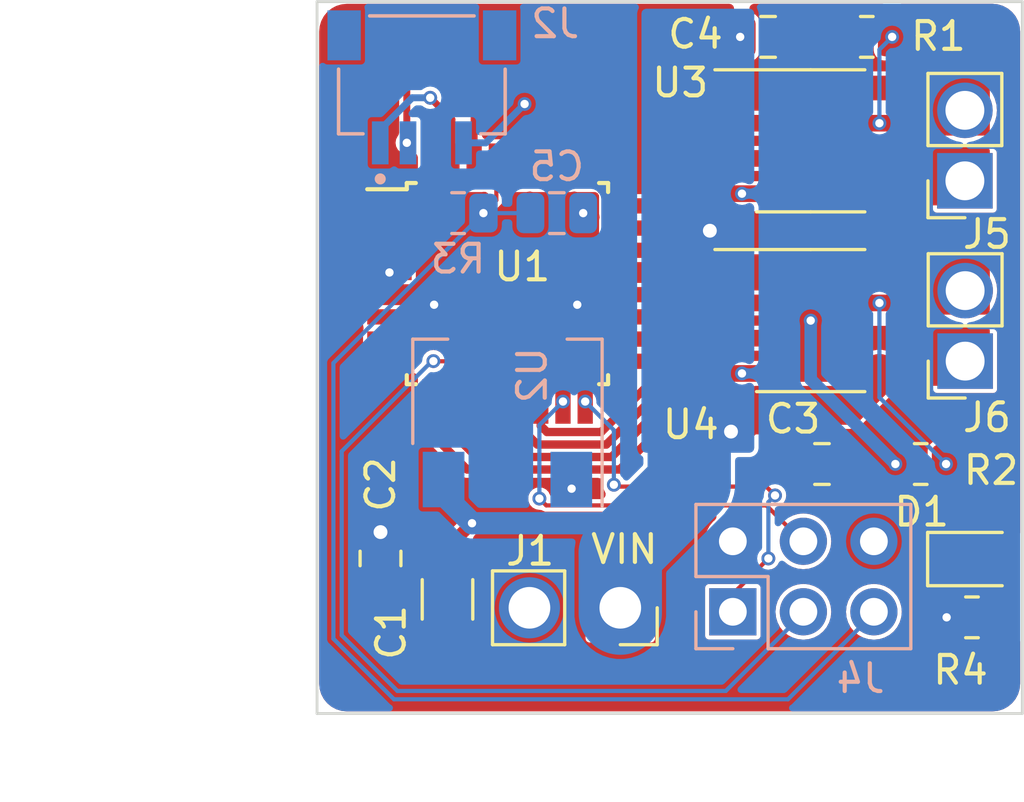
<source format=kicad_pcb>
(kicad_pcb (version 20240108) (generator "pcbnew") (generator_version "8.0")
  (layers (0 "F.Cu" signal) (31 "B.Cu" signal) (34 "B.Paste" user) (35 "F.Paste" user) (36 "B.SilkS" user "B.Silkscreen") (37 "F.SilkS" user "F.Silkscreen") (38 "B.Mask" user) (39 "F.Mask" user) (44 "Edge.Cuts" user))
  (net 0 "")
  (net 1 "Net-(U4-LSS)")
  (net 2 "Net-(U1-PD5)")
  (net 3 "Net-(U1-PD6)")
  (net 5 "+BATT")
  (net 7 "GND")
  (net 8 "/~{RST}")
  (net 9 "+5V")
  (net 10 "/MOSI")
  (net 11 "/SCK")
  (net 12 "/MISO")
  (net 13 "Net-(D1-A)")
  (net 17 "Net-(J5-Pin_1)")
  (net 18 "/RX")
  (net 19 "/TX")
  (net 24 "Net-(J5-Pin_2)")
  (net 25 "Net-(J6-Pin_2)")
  (net 27 "Net-(U3-LSS)")
  (net 28 "Net-(U1-PB1)")
  (net 29 "Net-(U1-PB2)")
  (net 34 "Net-(J6-Pin_1)")
  (footprint "Capacitor_SMD:C_0805_2012Metric" (layer "F.Cu") (at 130.81 52.578 90)
    (property "Reference" "C2" (at 2.667 0 90) (layer "F.SilkS"))
    (property "Value" "0.1uF")
    (fp_line (start -0.261252 -0.735) (end 0.261252 -0.735) (stroke (width 0.12)) (layer "F.SilkS"))
    (fp_line (start -0.261252 0.735) (end 0.261252 0.735) (stroke (width 0.12)) (layer "F.SilkS"))
    (pad "1" smd roundrect (at -0.95 0 90) (size 1 1.45) (layers "F.Cu" "F.Paste" "F.Mask") (net 7 "GND"))
    (pad "2" smd roundrect (at 0.95 0 90) (size 1 1.45) (layers "F.Cu" "F.Paste" "F.Mask") (net 9 "+5V"))
  )
  (footprint "Resistor_SMD:R_0805_2012Metric" (layer "F.Cu") (at 148.3245 33.781)
    (property "Reference" "R1" (at 2.5769 -0.0244 0) (layer "F.SilkS"))
    (property "Value" "0.2")
    (fp_line (start -0.227064 -0.735) (end 0.227064 -0.735) (stroke (width 0.12)) (layer "F.SilkS"))
    (fp_line (start -0.227064 0.735) (end 0.227064 0.735) (stroke (width 0.12)) (layer "F.SilkS"))
    (pad "1" smd roundrect (at -0.9125 0) (size 1.025 1.4) (layers "F.Cu" "F.Paste" "F.Mask") (roundrect_rratio 0.243902439) (net 7 "GND"))
    (pad "2" smd roundrect (at 0.9125 0) (size 1.025 1.4) (layers "F.Cu" "F.Paste" "F.Mask") (roundrect_rratio 0.243902439) (net 27 "Net-(U3-LSS)"))
  )
  (footprint "Capacitor_SMD:C_0805_2012Metric" (layer "F.Cu") (at 144.7704 33.781)
    (property "Reference" "C4" (at -2.6162 -0.1016 0) (layer "F.SilkS"))
    (property "Value" "0.1uF")
    (fp_line (start -0.261252 -0.735) (end 0.261252 -0.735) (stroke (width 0.12)) (layer "F.SilkS"))
    (fp_line (start -0.261252 0.735) (end 0.261252 0.735) (stroke (width 0.12)) (layer "F.SilkS"))
    (pad "1" smd roundrect (at -0.95 0) (size 1 1.45) (layers "F.Cu" "F.Paste" "F.Mask") (net 5 "+BATT"))
    (pad "2" smd roundrect (at 0.95 0) (size 1 1.45) (layers "F.Cu" "F.Paste" "F.Mask") (net 7 "GND"))
  )
  (footprint "LED_SMD:LED_0805_2012Metric" (layer "F.Cu") (at 152.2 52.6)
    (property "Reference" "D1" (at -1.9 -1.7 0) (layer "F.SilkS"))
    (property "Value" "LED")
    (fp_line (start -1.685 -0.96) (end -1.685 0.96) (stroke (width 0.12)) (layer "F.SilkS"))
    (fp_line (start -1.685 0.96) (end 1 0.96) (stroke (width 0.12)) (layer "F.SilkS"))
    (fp_line (start 1 -0.96) (end -1.685 -0.96) (stroke (width 0.12)) (layer "F.SilkS"))
    (pad "1" smd roundrect (at -0.9375 0) (size 0.975 1.4) (layers "F.Cu" "F.Paste" "F.Mask") (net 7 "GND"))
    (pad "2" smd roundrect (at 0.9375 0) (size 0.975 1.4) (layers "F.Cu" "F.Paste" "F.Mask") (net 13 "Net-(D1-A)"))
  )
  (footprint "Connector_PinSocket_2.54mm:PinSocket_1x02_P2.54mm_Vertical" (layer "F.Cu") (at 151.8574 38.968 180)
    (property "Reference" "J5" (at -0.7966 -1.926 0) (layer "F.SilkS"))
    (property "Value" "M1")
    (fp_line (start 1.33 1.27) (end 1.33 3.87) (stroke (width 0.12)) (layer "F.SilkS"))
    (fp_line (start 1.33 -1.33) (end 1.33 0) (stroke (width 0.12)) (layer "F.SilkS"))
    (fp_line (start 0 -1.33) (end 1.33 -1.33) (stroke (width 0.12)) (layer "F.SilkS"))
    (fp_line (start -1.33 3.87) (end 1.33 3.87) (stroke (width 0.12)) (layer "F.SilkS"))
    (fp_line (start -1.33 1.27) (end 1.33 1.27) (stroke (width 0.12)) (layer "F.SilkS"))
    (fp_line (start -1.33 1.27) (end -1.33 3.87) (stroke (width 0.12)) (layer "F.SilkS"))
    (pad "1" thru_hole rect (at 0 0 180) (size 2 2) (drill 1.4) (layers "*.Cu" "*.Mask") (net 17 "Net-(J5-Pin_1)"))
    (pad "2" thru_hole oval (at 0 2.54 180) (size 2 2) (drill 1.4) (layers "*.Cu" "*.Mask") (net 24 "Net-(J5-Pin_2)"))
  )
  (footprint "Capacitor_SMD:C_0805_2012Metric" (layer "F.Cu") (at 146.7104 49.1744)
    (property "Reference" "C3" (at -1.0414 -1.6256 0) (layer "F.SilkS"))
    (property "Value" "0.1uF")
    (fp_line (start -0.261252 -0.735) (end 0.261252 -0.735) (stroke (width 0.12)) (layer "F.SilkS"))
    (fp_line (start -0.261252 0.735) (end 0.261252 0.735) (stroke (width 0.12)) (layer "F.SilkS"))
    (pad "1" smd roundrect (at -0.95 0) (size 1 1.45) (layers "F.Cu" "F.Paste" "F.Mask") (net 5 "+BATT"))
    (pad "2" smd roundrect (at 0.95 0) (size 1 1.45) (layers "F.Cu" "F.Paste" "F.Mask") (net 7 "GND"))
  )
  (footprint "Connector_PinSocket_2.54mm:PinSocket_1x02_P2.54mm_Vertical" (layer "F.Cu") (at 139.446 54.356 -90)
    (property "Reference" "J1" (at -2.0472 3.2466 0) (layer "F.SilkS"))
    (property "Value" "Power")
    (fp_line (start -1.33 4.602) (end 1.33 4.602) (stroke (width 0.12)) (layer "F.SilkS"))
    (fp_line (start -1.33 2.002) (end -1.33 4.602) (stroke (width 0.12)) (layer "F.SilkS"))
    (fp_line (start -1.33 2.002) (end 1.33 2.002) (stroke (width 0.12)) (layer "F.SilkS"))
    (fp_line (start 1.33 2.002) (end 1.33 4.602) (stroke (width 0.12)) (layer "F.SilkS"))
    (fp_line (start 0 -1.33) (end 1.33 -1.33) (stroke (width 0.12)) (layer "F.SilkS"))
    (fp_line (start 1.33 -1.33) (end 1.33 0) (stroke (width 0.12)) (layer "F.SilkS"))
    (pad "1" thru_hole rect (at 0 0 270) (size 2.2 2.2) (drill 1.5) (layers "*.Cu" "*.Mask") (net 5 "+BATT"))
    (pad "2" thru_hole oval (at 0 3.272 270) (size 2.2 2.2) (drill 1.5) (layers "*.Cu" "*.Mask") (net 7 "GND"))
  )
  (footprint "Connector_PinSocket_2.54mm:PinSocket_1x02_P2.54mm_Vertical" (layer "F.Cu") (at 151.8666 45.466 180)
    (property "Reference" "J6" (at -0.7874 -2.032 0) (layer "F.SilkS"))
    (property "Value" "M2")
    (fp_line (start 1.33 1.27) (end 1.33 3.87) (stroke (width 0.12)) (layer "F.SilkS"))
    (fp_line (start 1.33 -1.33) (end 1.33 0) (stroke (width 0.12)) (layer "F.SilkS"))
    (fp_line (start 0 -1.33) (end 1.33 -1.33) (stroke (width 0.12)) (layer "F.SilkS"))
    (fp_line (start -1.33 3.87) (end 1.33 3.87) (stroke (width 0.12)) (layer "F.SilkS"))
    (fp_line (start -1.33 1.27) (end 1.33 1.27) (stroke (width 0.12)) (layer "F.SilkS"))
    (fp_line (start -1.33 1.27) (end -1.33 3.87) (stroke (width 0.12)) (layer "F.SilkS"))
    (pad "1" thru_hole rect (at 0 0 180) (size 2 2) (drill 1.4) (layers "*.Cu" "*.Mask") (net 34 "Net-(J6-Pin_1)"))
    (pad "2" thru_hole oval (at 0 2.54 180) (size 2 2) (drill 1.4) (layers "*.Cu" "*.Mask") (net 25 "Net-(J6-Pin_2)"))
  )
  (footprint "kibuzzard-6781F98D" (layer "F.Cu") (at 131.826 57.15)
    (property "Reference" "kibuzzard-6781F98D" (hide yes))
    (property "Value" "G***" (hide yes))
  )
  (footprint "Package_QFP:TQFP-32_7x7mm_P0.8mm" (layer "F.Cu") (at 135.382 42.672)
    (property "Reference" "U1" (at 0.5334 -0.6096 0) (layer "F.SilkS"))
    (property "Value" "ATmega328-A")
    (fp_line (start -3.625 -3.625) (end -3.625 -3.4) (stroke (width 0.15)) (layer "F.SilkS"))
    (fp_line (start -3.625 -3.625) (end -3.3 -3.625) (stroke (width 0.15)) (layer "F.SilkS"))
    (fp_line (start -3.625 -3.4) (end -5.05 -3.4) (stroke (width 0.15)) (layer "F.SilkS"))
    (fp_line (start -3.625 3.625) (end -3.625 3.3) (stroke (width 0.15)) (layer "F.SilkS"))
    (fp_line (start -3.625 3.625) (end -3.3 3.625) (stroke (width 0.15)) (layer "F.SilkS"))
    (fp_line (start 3.625 -3.625) (end 3.3 -3.625) (stroke (width 0.15)) (layer "F.SilkS"))
    (fp_line (start 3.625 -3.625) (end 3.625 -3.3) (stroke (width 0.15)) (layer "F.SilkS"))
    (fp_line (start 3.625 3.625) (end 3.3 3.625) (stroke (width 0.15)) (layer "F.SilkS"))
    (fp_line (start 3.625 3.625) (end 3.625 3.3) (stroke (width 0.15)) (layer "F.SilkS"))
    (pad "1" smd rect (at -4.25 -2.8) (size 1.6 0.55) (layers "F.Cu" "F.Paste" "F.Mask"))
    (pad "2" smd rect (at -4.25 -2) (size 1.6 0.55) (layers "F.Cu" "F.Paste" "F.Mask"))
    (pad "3" smd rect (at -4.25 -1.2) (size 1.6 0.55) (layers "F.Cu" "F.Paste" "F.Mask") (net 7 "GND"))
    (pad "4" smd rect (at -4.25 -0.4) (size 1.6 0.55) (layers "F.Cu" "F.Paste" "F.Mask") (net 9 "+5V"))
    (pad "5" smd rect (at -4.25 0.4) (size 1.6 0.55) (layers "F.Cu" "F.Paste" "F.Mask") (net 7 "GND"))
    (pad "6" smd rect (at -4.25 1.2) (size 1.6 0.55) (layers "F.Cu" "F.Paste" "F.Mask") (net 9 "+5V"))
    (pad "7" smd rect (at -4.25 2) (size 1.6 0.55) (layers "F.Cu" "F.Paste" "F.Mask"))
    (pad "8" smd rect (at -4.25 2.8) (size 1.6 0.55) (layers "F.Cu" "F.Paste" "F.Mask"))
    (pad "9" smd rect (at -2.8 4.25 90) (size 1.6 0.55) (layers "F.Cu" "F.Paste" "F.Mask") (net 2 "Net-(U1-PD5)"))
    (pad "10" smd rect (at -2 4.25 90) (size 1.6 0.55) (layers "F.Cu" "F.Paste" "F.Mask") (net 3 "Net-(U1-PD6)"))
    (pad "11" smd rect (at -1.2 4.25 90) (size 1.6 0.55) (layers "F.Cu" "F.Paste" "F.Mask"))
    (pad "12" smd rect (at -0.4 4.25 90) (size 1.6 0.55) (layers "F.Cu" "F.Paste" "F.Mask"))
    (pad "13" smd rect (at 0.4 4.25 90) (size 1.6 0.55) (layers "F.Cu" "F.Paste" "F.Mask") (net 28 "Net-(U1-PB1)"))
    (pad "14" smd rect (at 1.2 4.25 90) (size 1.6 0.55) (layers "F.Cu" "F.Paste" "F.Mask") (net 29 "Net-(U1-PB2)"))
    (pad "15" smd rect (at 2 4.25 90) (size 1.6 0.55) (layers "F.Cu" "F.Paste" "F.Mask") (net 10 "/MOSI"))
    (pad "16" smd rect (at 2.8 4.25 90) (size 1.6 0.55) (layers "F.Cu" "F.Paste" "F.Mask") (net 12 "/MISO"))
    (pad "17" smd rect (at 4.25 2.8) (size 1.6 0.55) (layers "F.Cu" "F.Paste" "F.Mask") (net 11 "/SCK"))
    (pad "18" smd rect (at 4.25 2) (size 1.6 0.55) (layers "F.Cu" "F.Paste" "F.Mask") (net 9 "+5V"))
    (pad "19" smd rect (at 4.25 1.2) (size 1.6 0.55) (layers "F.Cu" "F.Paste" "F.Mask"))
    (pad "20" smd rect (at 4.25 0.4) (size 1.6 0.55) (layers "F.Cu" "F.Paste" "F.Mask") (net 9 "+5V"))
    (pad "21" smd rect (at 4.25 -0.4) (size 1.6 0.55) (layers "F.Cu" "F.Paste" "F.Mask") (net 7 "GND"))
    (pad "22" smd rect (at 4.25 -1.2) (size 1.6 0.55) (layers "F.Cu" "F.Paste" "F.Mask"))
    (pad "23" smd rect (at 4.25 -2) (size 1.6 0.55) (layers "F.Cu" "F.Paste" "F.Mask"))
    (pad "24" smd rect (at 4.25 -2.8) (size 1.6 0.55) (layers "F.Cu" "F.Paste" "F.Mask"))
    (pad "25" smd rect (at 2.8 -4.25 90) (size 1.6 0.55) (layers "F.Cu" "F.Paste" "F.Mask"))
    (pad "26" smd rect (at 2 -4.25 90) (size 1.6 0.55) (layers "F.Cu" "F.Paste" "F.Mask"))
    (pad "27" smd rect (at 1.2 -4.25 90) (size 1.6 0.55) (layers "F.Cu" "F.Paste" "F.Mask"))
    (pad "28" smd rect (at 0.4 -4.25 90) (size 1.6 0.55) (layers "F.Cu" "F.Paste" "F.Mask"))
    (pad "29" smd rect (at -0.4 -4.25 90) (size 1.6 0.55) (layers "F.Cu" "F.Paste" "F.Mask") (net 8 "/~{RST}"))
    (pad "30" smd rect (at -1.2 -4.25 90) (size 1.6 0.55) (layers "F.Cu" "F.Paste" "F.Mask") (net 18 "/RX"))
    (pad "31" smd rect (at -2 -4.25 90) (size 1.6 0.55) (layers "F.Cu" "F.Paste" "F.Mask") (net 19 "/TX"))
    (pad "32" smd rect (at -2.8 -4.25 90) (size 1.6 0.55) (layers "F.Cu" "F.Paste" "F.Mask"))
  )
  (footprint "Package_SO:SOIC-8-1EP_3.9x4.9mm_P1.27mm_EP2.41x3.3mm" (layer "F.Cu") (at 146.304 44.005)
    (property "Reference" "U4" (at -4.318 3.747 0) (layer "F.SilkS"))
    (property "Value" "A4950E")
    (fp_line (start 0 -2.56) (end -3.45 -2.56) (stroke (width 0.12)) (layer "F.SilkS"))
    (fp_line (start 0 -2.56) (end 1.95 -2.56) (stroke (width 0.12)) (layer "F.SilkS"))
    (fp_line (start 0 2.56) (end -1.95 2.56) (stroke (width 0.12)) (layer "F.SilkS"))
    (fp_line (start 0 2.56) (end 1.95 2.56) (stroke (width 0.12)) (layer "F.SilkS"))
    (pad "1" smd roundrect (at -2.475 -1.905) (size 1.95 0.6) (layers "F.Cu" "F.Paste" "F.Mask") (net 7 "GND"))
    (pad "2" smd roundrect (at -2.475 -0.635) (size 1.95 0.6) (layers "F.Cu" "F.Paste" "F.Mask") (net 3 "Net-(U1-PD6)"))
    (pad "3" smd roundrect (at -2.475 0.635) (size 1.95 0.6) (layers "F.Cu" "F.Paste" "F.Mask") (net 2 "Net-(U1-PD5)"))
    (pad "4" smd roundrect (at -2.475 1.905) (size 1.95 0.6) (layers "F.Cu" "F.Paste" "F.Mask") (net 9 "+5V"))
    (pad "5" smd roundrect (at 2.475 1.905) (size 1.95 0.6) (layers "F.Cu" "F.Paste" "F.Mask") (net 5 "+BATT"))
    (pad "6" smd roundrect (at 2.475 0.635) (size 1.95 0.6) (layers "F.Cu" "F.Paste" "F.Mask") (net 34 "Net-(J6-Pin_1)"))
    (pad "7" smd roundrect (at 2.475 -0.635) (size 1.95 0.6) (layers "F.Cu" "F.Paste" "F.Mask") (net 1 "Net-(U4-LSS)"))
    (pad "8" smd roundrect (at 2.475 -1.905) (size 1.95 0.6) (layers "F.Cu" "F.Paste" "F.Mask") (net 25 "Net-(J6-Pin_2)"))
    (pad "9" smd rect (at 0 0) (size 2.41 3.3) (layers "F.Cu" "F.Mask") (net 7 "GND"))
  )
  (footprint "Resistor_SMD:R_0805_2012Metric" (layer "F.Cu") (at 150.2664 49.1744)
    (property "Reference" "R2" (at 2.5336 0.2256 0) (layer "F.SilkS"))
    (property "Value" "0.2")
    (fp_line (start -0.227064 -0.735) (end 0.227064 -0.735) (stroke (width 0.12)) (layer "F.SilkS"))
    (fp_line (start -0.227064 0.735) (end 0.227064 0.735) (stroke (width 0.12)) (layer "F.SilkS"))
    (pad "1" smd roundrect (at -0.9125 0) (size 1.025 1.4) (layers "F.Cu" "F.Paste" "F.Mask") (roundrect_rratio 0.243902439) (net 7 "GND"))
    (pad "2" smd roundrect (at 0.9125 0) (size 1.025 1.4) (layers "F.Cu" "F.Paste" "F.Mask") (roundrect_rratio 0.243902439) (net 1 "Net-(U4-LSS)"))
  )
  (footprint "Package_SO:SOIC-8-1EP_3.9x4.9mm_P1.27mm_EP2.41x3.3mm" (layer "F.Cu") (at 146.304 37.527)
    (property "Reference" "U3" (at -4.699 -2.094 0) (layer "F.SilkS"))
    (property "Value" "A4950E")
    (fp_line (start 0 -2.56) (end -3.45 -2.56) (stroke (width 0.12)) (layer "F.SilkS"))
    (fp_line (start 0 -2.56) (end 1.95 -2.56) (stroke (width 0.12)) (layer "F.SilkS"))
    (fp_line (start 0 2.56) (end -1.95 2.56) (stroke (width 0.12)) (layer "F.SilkS"))
    (fp_line (start 0 2.56) (end 1.95 2.56) (stroke (width 0.12)) (layer "F.SilkS"))
    (pad "1" smd roundrect (at -2.475 -1.905) (size 1.95 0.6) (layers "F.Cu" "F.Paste" "F.Mask") (net 7 "GND"))
    (pad "2" smd roundrect (at -2.475 -0.635) (size 1.95 0.6) (layers "F.Cu" "F.Paste" "F.Mask") (net 29 "Net-(U1-PB2)"))
    (pad "3" smd roundrect (at -2.475 0.635) (size 1.95 0.6) (layers "F.Cu" "F.Paste" "F.Mask") (net 28 "Net-(U1-PB1)"))
    (pad "4" smd roundrect (at -2.475 1.905) (size 1.95 0.6) (layers "F.Cu" "F.Paste" "F.Mask") (net 9 "+5V"))
    (pad "5" smd roundrect (at 2.475 1.905) (size 1.95 0.6) (layers "F.Cu" "F.Paste" "F.Mask") (net 5 "+BATT"))
    (pad "6" smd roundrect (at 2.475 0.635) (size 1.95 0.6) (layers "F.Cu" "F.Paste" "F.Mask") (net 17 "Net-(J5-Pin_1)"))
    (pad "7" smd roundrect (at 2.475 -0.635) (size 1.95 0.6) (layers "F.Cu" "F.Paste" "F.Mask") (net 27 "Net-(U3-LSS)"))
    (pad "8" smd roundrect (at 2.475 -1.905) (size 1.95 0.6) (layers "F.Cu" "F.Paste" "F.Mask") (net 24 "Net-(J5-Pin_2)"))
    (pad "9" smd rect (at 0 0) (size 2.41 3.3) (layers "F.Cu" "F.Mask") (net 7 "GND"))
  )
  (footprint "Capacitor_SMD:C_1206_3216Metric" (layer "F.Cu") (at 133.223 54.053 -90)
    (property "Reference" "C1" (at 1.192 2.032 90) (layer "F.SilkS"))
    (property "Value" "100uF")
    (fp_line (start -0.711252 0.91) (end 0.711252 0.91) (stroke (width 0.12)) (layer "F.SilkS"))
    (fp_line (start -0.711252 -0.91) (end 0.711252 -0.91) (stroke (width 0.12)) (layer "F.SilkS"))
    (pad "1" smd roundrect (at -1.475 0 270) (size 1.15 1.8) (layers "F.Cu" "F.Paste" "F.Mask") (roundrect_rratio 0.2173913043) (net 5 "+BATT"))
    (pad "2" smd roundrect (at 1.475 0 270) (size 1.15 1.8) (layers "F.Cu" "F.Paste" "F.Mask") (roundrect_rratio 0.2173913043) (net 7 "GND"))
  )
  (footprint "Resistor_SMD:R_0805_2012Metric" (layer "F.Cu") (at 152.1125 54.7)
    (property "Reference" "R4" (at -0.4125 1.9 0) (layer "F.SilkS"))
    (property "Value" "220")
    (fp_line (start -0.227064 -0.735) (end 0.227064 -0.735) (stroke (width 0.12)) (layer "F.SilkS"))
    (fp_line (start -0.227064 0.735) (end 0.227064 0.735) (stroke (width 0.12)) (layer "F.SilkS"))
    (pad "1" smd roundrect (at -0.9125 0) (size 1.025 1.4) (layers "F.Cu" "F.Paste" "F.Mask") (roundrect_rratio 0.243902) (net 9 "+5V"))
    (pad "2" smd roundrect (at 0.9125 0) (size 1.025 1.4) (layers "F.Cu" "F.Paste" "F.Mask") (roundrect_rratio 0.243902) (net 13 "Net-(D1-A)"))
  )
  (footprint "Capacitor_SMD:C_0805_2012Metric" (layer "B.Cu") (at 137.16 40.132 180)
    (property "Reference" "C5" (at 0 1.68 0) (layer "B.SilkS") (effects (justify mirror)))
    (property "Value" "0.1uF")
    (fp_line (start -0.261252 0.735) (end 0.261252 0.735) (stroke (width 0.12)) (layer "B.SilkS"))
    (fp_line (start -0.261252 -0.735) (end 0.261252 -0.735) (stroke (width 0.12)) (layer "B.SilkS"))
    (pad "1" smd roundrect (at -0.95 0 180) (size 1 1.45) (layers "B.Cu" "B.Paste" "B.Mask") (net 7 "GND"))
    (pad "2" smd roundrect (at 0.95 0 180) (size 1 1.45) (layers "B.Cu" "B.Paste" "B.Mask") (net 8 "/~{RST}"))
  )
  (footprint "user:SPARKFUN_PRT-14417" (layer "B.Cu") (at 132.3 35.15)
    (property "Reference" "J2" (at 4.8 -1.85 360) (layer "B.SilkS") (effects (justify mirror)))
    (property "Value" "Kllip")
    (fp_line (start -3 2.125) (end -3 -0.205) (stroke (width 0.127)) (layer "B.SilkS"))
    (fp_line (start -2.12 2.125) (end -3 2.125) (stroke (width 0.127)) (layer "B.SilkS"))
    (fp_line (start 1.88 -2.125) (end -1.88 -2.125) (stroke (width 0.127)) (layer "B.SilkS"))
    (fp_line (start 3 -0.205) (end 3 2.125) (stroke (width 0.127)) (layer "B.SilkS"))
    (fp_line (start 3 2.125) (end 2.12 2.125) (stroke (width 0.127)) (layer "B.SilkS"))
    (fp_circle (center -1.5 3.75) (end -1.4 3.75) (stroke (width 0.2)) (fill none) (layer "B.SilkS"))
    (pad "1" smd rect (at -1.5 2.45) (size 0.6 1.55) (layers "B.Cu" "B.Paste" "B.Mask") (net 19 "/TX"))
    (pad "2" smd rect (at -0.5 2.45) (size 0.6 1.55) (layers "B.Cu" "B.Paste" "B.Mask") (net 18 "/RX"))
    (pad "3" smd rect (at 0.5 2.45) (size 0.6 1.55) (layers "B.Cu" "B.Paste" "B.Mask") (net 9 "+5V"))
    (pad "4" smd rect (at 1.5 2.45) (size 0.6 1.55) (layers "B.Cu" "B.Paste" "B.Mask") (net 7 "GND"))
    (pad "S1" smd rect (at -2.8 -1.425) (size 1.2 1.8) (layers "B.Cu" "B.Paste" "B.Mask"))
    (pad "S2" smd rect (at 2.8 -1.425) (size 1.2 1.8) (layers "B.Cu" "B.Paste" "B.Mask"))
  )
  (footprint "Package_TO_SOT_SMD:SOT-223-3_TabPin2" (layer "B.Cu") (at 135.382 46.584 90)
    (property "Reference" "U2" (at 0.61 0.889 90) (layer "B.SilkS") (effects (justify mirror)))
    (property "Value" "AMS1117-5.0")
    (fp_line (start 1.91 -3.41) (end 1.91 -2.15) (stroke (width 0.12)) (layer "B.SilkS"))
    (fp_line (start -1.85 -3.41) (end 1.91 -3.41) (stroke (width 0.12)) (layer "B.SilkS"))
    (fp_line (start 1.91 3.41) (end 1.91 2.15) (stroke (width 0.12)) (layer "B.SilkS"))
    (fp_line (start -4.1 3.41) (end 1.91 3.41) (stroke (width 0.12)) (layer "B.SilkS"))
    (pad "1" smd rect (at -3.15 2.3 90) (size 2 1.5) (layers "B.Cu" "B.Paste" "B.Mask") (net 7 "GND"))
    (pad "2" smd rect (at -3.15 0 90) (size 2 1.5) (layers "B.Cu" "B.Paste" "B.Mask") (net 9 "+5V"))
    (pad "2" smd rect (at 3.15 0 90) (size 2 3.8) (layers "B.Cu" "B.Paste" "B.Mask") (net 9 "+5V"))
    (pad "3" smd rect (at -3.15 -2.3 90) (size 2 1.5) (layers "B.Cu" "B.Paste" "B.Mask") (net 5 "+BATT"))
  )
  (footprint "Resistor_SMD:R_0805_2012Metric" (layer "B.Cu") (at 133.604 40.132)
    (property "Reference" "R3" (at 0 1.65 0) (layer "B.SilkS") (effects (justify mirror)))
    (property "Value" "10k")
    (fp_line (start -0.227064 -0.735) (end 0.227064 -0.735) (stroke (width 0.12)) (layer "B.SilkS"))
    (fp_line (start -0.227064 0.735) (end 0.227064 0.735) (stroke (width 0.12)) (layer "B.SilkS"))
    (pad "1" smd roundrect (at -0.9125 0) (size 1.025 1.4) (layers "B.Cu" "B.Paste" "B.Mask") (roundrect_rratio 0.243902439) (net 9 "+5V"))
    (pad "2" smd roundrect (at 0.9125 0) (size 1.025 1.4) (layers "B.Cu" "B.Paste" "B.Mask") (roundrect_rratio 0.243902439) (net 8 "/~{RST}"))
  )
  (footprint "Connector_PinSocket_2.54mm:PinSocket_2x03_P2.54mm_Vertical" (layer "B.Cu") (at 143.5 54.5 -90)
    (property "Reference" "J4" (at 2.4 -4.6 180) (layer "B.SilkS") (effects (justify mirror)))
    (property "Value" "AVR-ISP-6")
    (fp_line (start -1.27 1.33) (end -3.87 1.33) (stroke (width 0.12)) (layer "B.SilkS"))
    (fp_line (start 1.33 1.33) (end 0 1.33) (stroke (width 0.12)) (layer "B.SilkS"))
    (fp_line (start 1.33 0) (end 1.33 1.33) (stroke (width 0.12)) (layer "B.SilkS"))
    (fp_line (start -1.27 -1.27) (end -1.27 1.33) (stroke (width 0.12)) (layer "B.SilkS"))
    (fp_line (start 1.33 -1.27) (end -1.27 -1.27) (stroke (width 0.12)) (layer "B.SilkS"))
    (fp_line (start -3.87 -6.41) (end -3.87 1.33) (stroke (width 0.12)) (layer "B.SilkS"))
    (fp_line (start 1.33 -6.41) (end 1.33 -1.27) (stroke (width 0.12)) (layer "B.SilkS"))
    (fp_line (start 1.33 -6.41) (end -3.87 -6.41) (stroke (width 0.12)) (layer "B.SilkS"))
    (pad "1" thru_hole rect (at 0 0 270) (size 1.7 1.7) (drill 1) (layers "*.Cu" "*.Mask") (net 12 "/MISO"))
    (pad "2" thru_hole oval (at -2.54 0 270) (size 1.7 1.7) (drill 1) (layers "*.Cu" "*.Mask") (net 9 "+5V"))
    (pad "3" thru_hole oval (at 0 -2.54 270) (size 1.7 1.7) (drill 1) (layers "*.Cu" "*.Mask") (net 11 "/SCK"))
    (pad "4" thru_hole oval (at -2.54 -2.54 270) (size 1.7 1.7) (drill 1) (layers "*.Cu" "*.Mask") (net 10 "/MOSI"))
    (pad "5" thru_hole oval (at 0 -5.08 270) (size 1.7 1.7) (drill 1) (layers "*.Cu" "*.Mask") (net 8 "/~{RST}"))
    (pad "6" thru_hole oval (at -2.54 -5.08 270) (size 1.7 1.7) (drill 1) (layers "*.Cu" "*.Mask") (net 7 "GND"))
  )
  (gr_line (start 153.924 32.512) (end 153.924 58.166) (stroke (width 0.1)) (layer "Edge.Cuts"))
  (gr_line (start 128.524 58.166) (end 128.524 32.512) (stroke (width 0.1)) (layer "Edge.Cuts"))
  (gr_line (start 153.924 32.512) (end 128.524 32.512) (stroke (width 0.1)) (layer "Edge.Cuts"))
  (gr_line (start 153.924 58.166) (end 128.524 58.166) (stroke (width 0.1)) (layer "Edge.Cuts"))
  (gr_text "VIN" (at 138.303 52.832 0) (layer "F.SilkS") (effects (font (size 1 1)) (justify left bottom)))
  (via (at 148.779 43.37) (size 0.5) (drill 0.3) (layers "F.Cu" "B.Cu") (net 1))
  (via (at 151.1789 49.1744) (size 0.5) (drill 0.3) (layers "F.Cu" "B.Cu") (net 1))
  (segment (start 151.1789 49.1744) (end 148.779 46.7745) (width 0.15) (layer "B.Cu") (net 1))
  (segment (start 148.779 46.7745) (end 148.779 43.37) (width 0.15) (layer "B.Cu") (net 1))
  (segment (start 139.428396 49.372) (end 142.124 46.676396) (width 0.3) (layer "F.Cu") (net 2))
  (segment (start 133.932 49.372) (end 139.428396 49.372) (width 0.3) (layer "F.Cu") (net 2))
  (segment (start 132.582 48.022) (end 133.932 49.372) (width 0.3) (layer "F.Cu") (net 2))
  (segment (start 142.124 46.676396) (end 142.124 45.466) (width 0.3) (layer "F.Cu") (net 2))
  (segment (start 132.582 46.922) (end 132.582 48.022) (width 0.3) (layer "F.Cu") (net 2))
  (segment (start 142.124 45.466) (end 142.95 44.64) (width 0.3) (layer "F.Cu") (net 2))
  (segment (start 142.95 44.64) (end 143.829 44.64) (width 0.3) (layer "F.Cu") (net 2))
  (segment (start 143.829 43.37) (end 143.066 43.37) (width 0.3) (layer "F.Cu") (net 3))
  (segment (start 139.129792 48.922) (end 134.266 48.922) (width 0.3) (layer "F.Cu") (net 3))
  (segment (start 133.382 48.038) (end 133.382 46.922) (width 0.3) (layer "F.Cu") (net 3))
  (segment (start 141.674 44.762) (end 141.674 46.377792) (width 0.3) (layer "F.Cu") (net 3))
  (segment (start 143.066 43.37) (end 141.674 44.762) (width 0.3) (layer "F.Cu") (net 3))
  (segment (start 134.266 48.922) (end 133.382 48.038) (width 0.3) (layer "F.Cu") (net 3))
  (segment (start 141.674 46.377792) (end 139.129792 48.922) (width 0.3) (layer "F.Cu") (net 3))
  (segment (start 144.3798 47.06) (end 143.4338 48.006) (width 1.4) (layer "F.Cu") (net 5))
  (segment (start 133.604 52.578) (end 133.604 51.81) (width 0.45) (layer "F.Cu") (net 5))
  (segment (start 147.629 47.06) (end 144.3798 47.06) (width 1.4) (layer "F.Cu") (net 5))
  (segment (start 144.6174 48.0314) (end 143.4084 48.0314) (width 0.15) (layer "F.Cu") (net 5))
  (segment (start 148.779 45.91) (end 147.629 47.06) (width 1.4) (layer "F.Cu") (net 5))
  (segment (start 143.4338 48.006) (end 143.4084 48.0314) (width 1.4) (layer "F.Cu") (net 5))
  (segment (start 133.604 51.81) (end 134.106 51.308) (width 0.45) (layer "F.Cu") (net 5))
  (segment (start 145.7604 49.1744) (end 144.6174 48.0314) (width 0.15) (layer "F.Cu") (net 5))
  (segment (start 147.444 40.767) (end 148.779 39.432) (width 1.4) (layer "F.Cu") (net 5))
  (segment (start 142.6718 40.767) (end 147.444 40.767) (width 1.4) (layer "F.Cu") (net 5))
  (via (at 134.106 51.308) (size 0.5) (drill 0.3) (layers "F.Cu" "B.Cu") (net 5))
  (via (at 143.4338 48.006) (size 0.8) (drill 0.5) (layers "F.Cu" "B.Cu") (net 5))
  (via (at 143.764 33.782) (size 0.5) (drill 0.3) (layers "F.Cu" "B.Cu") (net 5))
  (via (at 142.6718 40.767) (size 0.8) (drill 0.5) (layers "F.Cu" "B.Cu") (net 5))
  (segment (start 133.082 50.284) (end 134.106 51.308) (width 0.8) (layer "B.Cu") (net 5))
  (segment (start 139.446 54.549) (end 139.446 52.377033) (width 3) (layer "B.Cu") (net 5))
  (segment (start 133.082 49.734) (end 133.082 50.284) (width 0.8) (layer "B.Cu") (net 5))
  (segment (start 141.929 41.5098) (end 142.574397 40.864403) (width 3) (layer "B.Cu") (net 5))
  (segment (start 139.446 52.377033) (end 141.929 49.894033) (width 3) (layer "B.Cu") (net 5))
  (segment (start 141.929 49.894033) (end 141.929 41.5098) (width 3) (layer "B.Cu") (net 5))
  (segment (start 139.446 51.796) (end 138.958 51.308) (width 0.8) (layer "B.Cu") (net 5))
  (segment (start 134.106 51.308) (end 138.958 51.308) (width 0.8) (layer "B.Cu") (net 5))
  (segment (start 144.399 42.1) (end 143.829 42.1) (width 0.45) (layer "F.Cu") (net 7))
  (segment (start 146.304 44.005) (end 144.399 42.1) (width 0.45) (layer "F.Cu") (net 7))
  (via (at 136 36.2) (size 0.5) (drill 0.3) (layers "F.Cu" "B.Cu") (net 7))
  (via (at 137.6934 50.0634) (size 0.5) (drill 0.3) (layers "F.Cu" "B.Cu") (net 7))
  (via (at 138.11 40.132) (size 0.5) (drill 0.3) (layers "F.Cu" "B.Cu") (net 7))
  (via (at 149.3539 49.1744) (size 0.5) (drill 0.3) (layers "F.Cu" "B.Cu") (net 7))
  (via (at 146.304 44.005) (size 0.5) (drill 0.3) (layers "F.Cu" "B.Cu") (net 7))
  (segment (start 146.304 44.005) (end 146.304 46.1245) (width 0.45) (layer "B.Cu") (net 7))
  (segment (start 146.304 46.1245) (end 149.3539 49.1744) (width 0.45) (layer "B.Cu") (net 7))
  (segment (start 133.8 37.6) (end 134.6 37.6) (width 0.25) (layer "B.Cu") (net 7))
  (segment (start 134.6 37.6) (end 136 36.2) (width 0.25) (layer "B.Cu") (net 7))
  (segment (start 134.982 38.422) (end 134.982 39.6665) (width 0.15) (layer "F.Cu") (net 8))
  (segment (start 134.982 39.6665) (end 134.5165 40.132) (width 0.15) (layer "F.Cu") (net 8))
  (via (at 134.5165 40.132) (size 0.5) (drill 0.3) (layers "F.Cu" "B.Cu") (net 8))
  (segment (start 145.4858 57.6532) (end 131.295336 57.6532) (width 0.15) (layer "B.Cu") (net 8))
  (segment (start 129.113 55.470864) (end 129.113 45.5355) (width 0.15) (layer "B.Cu") (net 8))
  (segment (start 134.5165 40.132) (end 136.21 40.132) (width 0.15) (layer "B.Cu") (net 8))
  (segment (start 131.295336 57.6532) (end 129.113 55.470864) (width 0.15) (layer "B.Cu") (net 8))
  (segment (start 148.59 54.549) (end 145.4858 57.6532) (width 0.15) (layer "B.Cu") (net 8))
  (segment (start 129.113 45.5355) (end 134.5165 40.132) (width 0.15) (layer "B.Cu") (net 8))
  (segment (start 131.132 43.872) (end 132.3024 43.872) (width 0.45) (layer "F.Cu") (net 9))
  (segment (start 138.607 44.672) (end 137.8966 43.9616) (width 0.45) (layer "F.Cu") (net 9))
  (segment (start 137.8966 43.9616) (end 137.8966 43.434) (width 0.45) (layer "F.Cu") (net 9))
  (segment (start 139.632 43.072) (end 138.2586 43.072) (width 0.45) (layer "F.Cu") (net 9))
  (segment (start 132.3024 43.872) (end 132.7404 43.434) (width 0.45) (layer "F.Cu") (net 9))
  (segment (start 138.2586 43.072) (end 137.8966 43.434) (width 0.45) (layer "F.Cu") (net 9))
  (segment (start 139.632 44.672) (end 138.607 44.672) (width 0.45) (layer "F.Cu") (net 9))
  (via (at 131.132 42.272) (size 0.5) (drill 0.3) (layers "F.Cu" "B.Cu") (net 9))
  (via (at 132.7404 43.434) (size 0.5) (drill 0.3) (layers "F.Cu" "B.Cu") (net 9))
  (via (at 151.2 54.7) (size 0.5) (drill 0.3) (layers "F.Cu" "B.Cu") (net 9))
  (via (at 137.8966 43.434) (size 0.5) (drill 0.3) (layers "F.Cu" "B.Cu") (net 9))
  (via (at 130.81 51.628) (size 0.8) (drill 0.5) (layers "F.Cu" "B.Cu") (net 9))
  (via (at 143.829 45.91) (size 0.5) (drill 0.3) (layers "F.Cu" "B.Cu") (net 9))
  (via (at 143.829 39.432) (size 0.5) (drill 0.3) (layers "F.Cu" "B.Cu") (net 9))
  (segment (start 144.7064 50.6654) (end 146.05 52.009) (width 0.15) (layer "F.Cu") (net 10))
  (segment (start 136.778898 50.6654) (end 144.7064 50.6654) (width 0.15) (layer "F.Cu") (net 10))
  (segment (start 136.532498 50.419) (end 136.778898 50.6654) (width 0.15) (layer "F.Cu") (net 10))
  (via (at 137.382 46.922) (size 0.5) (drill 0.3) (layers "F.Cu" "B.Cu") (net 10))
  (via (at 136.532498 50.419) (size 0.5) (drill 0.3) (layers "F.Cu" "B.Cu") (net 10))
  (segment (start 136.532498 50.419) (end 136.532498 47.771502) (width 0.15) (layer "B.Cu") (net 10))
  (segment (start 136.532498 47.771502) (end 137.382 46.922) (width 0.15) (layer "B.Cu") (net 10))
  (segment (start 132.715 45.466) (end 132.721 45.472) (width 0.15) (layer "F.Cu") (net 11))
  (segment (start 132.721 45.472) (end 139.632 45.472) (width 0.15) (layer "F.Cu") (net 11))
  (via (at 132.715 45.466) (size 0.5) (drill 0.3) (layers "F.Cu" "B.Cu") (net 11))
  (segment (start 129.413 48.7172) (end 132.6642 45.466) (width 0.15) (layer "B.Cu") (net 11))
  (segment (start 129.413 48.8696) (end 129.413 48.7172) (width 0.15) (layer "B.Cu") (net 11))
  (segment (start 129.413 55.3466) (end 129.413 48.8696) (width 0.15) (layer "B.Cu") (net 11))
  (segment (start 143.2458 57.3532) (end 131.4196 57.3532) (width 0.15) (layer "B.Cu") (net 11))
  (segment (start 132.6642 45.466) (end 132.715 45.466) (width 0.15) (layer "B.Cu") (net 11))
  (segment (start 146.05 54.549) (end 143.2458 57.3532) (width 0.15) (layer "B.Cu") (net 11))
  (segment (start 131.4196 57.3532) (end 129.413 55.3466) (width 0.15) (layer "B.Cu") (net 11))
  (segment (start 145.019376 50.306624) (end 144.699952 49.9872) (width 0.15) (layer "F.Cu") (net 12))
  (segment (start 144.78 52.578) (end 143.51 53.848) (width 0.15) (layer "F.Cu") (net 12))
  (segment (start 144.699952 49.9872) (end 139.280227 49.9872) (width 0.15) (layer "F.Cu") (net 12))
  (segment (start 139.280227 49.9872) (end 139.214527 49.9215) (width 0.15) (layer "F.Cu") (net 12))
  (segment (start 143.51 53.848) (end 143.51 54.549) (width 0.15) (layer "F.Cu") (net 12))
  (via (at 145.019376 50.306624) (size 0.5) (drill 0.3) (layers "F.Cu" "B.Cu") (net 12))
  (via (at 139.214527 49.9215) (size 0.5) (drill 0.3) (layers "F.Cu" "B.Cu") (net 12))
  (via (at 144.78 52.578) (size 0.5) (drill 0.3) (layers "F.Cu" "B.Cu") (net 12))
  (via (at 138.182 46.922) (size 0.5) (drill 0.3) (layers "F.Cu" "B.Cu") (net 12))
  (segment (start 139.214527 49.9215) (end 139.214527 47.954527) (width 0.15) (layer "B.Cu") (net 12))
  (segment (start 145.019376 50.306624) (end 144.78 50.546) (width 0.15) (layer "B.Cu") (net 12))
  (segment (start 144.78 50.546) (end 144.78 52.578) (width 0.15) (layer "B.Cu") (net 12))
  (segment (start 139.214527 47.954527) (end 138.182 46.922) (width 0.15) (layer "B.Cu") (net 12))
  (segment (start 153.025 53.775) (end 153.025 54.7) (width 0.25) (layer "F.Cu") (net 13))
  (segment (start 153.1375 52.6) (end 153.1375 53.6625) (width 0.25) (layer "F.Cu") (net 13))
  (segment (start 153.1375 53.6625) (end 153.025 53.775) (width 0.25) (layer "F.Cu") (net 13))
  (segment (start 132.05 35.3) (end 131.757516 35.592484) (width 0.25) (layer "F.Cu") (net 18))
  (segment (start 133.9 35.3) (end 132.05 35.3) (width 0.25) (layer "F.Cu") (net 18))
  (segment (start 134.182 35.582) (end 133.9 35.3) (width 0.25) (layer "F.Cu") (net 18))
  (segment (start 131.757516 35.592484) (end 131.757516 37.598157) (width 0.25) (layer "F.Cu") (net 18))
  (segment (start 134.182 38.422) (end 134.182 35.582) (width 0.25) (layer "F.Cu") (net 18))
  (via (at 131.757516 37.598157) (size 0.5) (drill 0.3) (layers "F.Cu" "B.Cu") (net 18))
  (segment (start 133.382 36.757) (end 133.382 38.422) (width 0.25) (layer "F.Cu") (net 19))
  (segment (start 132.6 35.975) (end 133.382 36.757) (width 0.25) (layer "F.Cu") (net 19))
  (via (at 132.6 35.975) (size 0.5) (drill 0.3) (layers "F.Cu" "B.Cu") (net 19))
  (segment (start 131.95 35.975) (end 130.8 37.125) (width 0.25) (layer "B.Cu") (net 19))
  (segment (start 130.8 37.125) (end 130.8 37.6) (width 0.25) (layer "B.Cu") (net 19))
  (segment (start 132.6 35.975) (end 131.95 35.975) (width 0.25) (layer "B.Cu") (net 19))
  (via (at 148.779 36.892) (size 0.5) (drill 0.3) (layers "F.Cu" "B.Cu") (net 27))
  (via (at 149.237 33.781) (size 0.5) (drill 0.3) (layers "F.Cu" "B.Cu") (net 27))
  (segment (start 148.779 36.892) (end 148.779 34.239) (width 0.15) (layer "B.Cu") (net 27))
  (segment (start 148.779 34.239) (end 149.237 33.781) (width 0.15) (layer "B.Cu") (net 27))
  (segment (start 141.224 40.425604) (end 143.487604 38.162) (width 0.3) (layer "F.Cu") (net 28))
  (segment (start 143.487604 38.162) (end 143.829 38.162) (width 0.3) (layer "F.Cu") (net 28))
  (segment (start 135.782 47.797) (end 136.457 48.472) (width 0.3) (layer "F.Cu") (net 28))
  (segment (start 135.782 46.922) (end 135.782 47.797) (width 0.3) (layer "F.Cu") (net 28))
  (segment (start 138.943396 48.472) (end 141.224 46.191396) (width 0.3) (layer "F.Cu") (net 28))
  (segment (start 136.457 48.472) (end 138.943396 48.472) (width 0.3) (layer "F.Cu") (net 28))
  (segment (start 141.224 46.191396) (end 141.224 40.425604) (width 0.3) (layer "F.Cu") (net 28))
  (segment (start 136.807 48.022) (end 136.582 47.797) (width 0.3) (layer "F.Cu") (net 29))
  (segment (start 143.194 36.892) (end 140.732 39.354) (width 0.3) (layer "F.Cu") (net 29))
  (segment (start 136.582 47.797) (end 136.582 46.922) (width 0.3) (layer "F.Cu") (net 29))
  (segment (start 143.829 36.892) (end 143.194 36.892) (width 0.3) (layer "F.Cu") (net 29))
  (segment (start 140.732 39.354) (end 140.732 46.047) (width 0.3) (layer "F.Cu") (net 29))
  (segment (start 140.732 46.047) (end 138.757 48.022) (width 0.3) (layer "F.Cu") (net 29))
  (segment (start 138.757 48.022) (end 136.807 48.022) (width 0.3) (layer "F.Cu") (net 29))
  (zone (net 34) (net_name "Net-(J6-Pin_1)") (layer "F.Cu") (priority 2) (connect_pads yes (clearance 0.15)) (min_thickness 0.35) (fill yes (thermal_gap 0.5) (thermal_bridge_width 0.5))
    (polygon (pts (xy 147.6756 44.196) (xy 152.7556 44.196) (xy 152.7556 46.355) (xy 150.1648 46.355) (xy 150.1648 45.085) (xy 147.6756 45.085)))
  )
  (zone (net 25) (net_name "Net-(J6-Pin_2)") (layer "F.Cu") (priority 2) (connect_pads yes (clearance 0.15)) (min_thickness 0.35) (fill yes (thermal_gap 0.5) (thermal_bridge_width 0.5))
    (polygon (pts (xy 147.6756 41.6306) (xy 152.7556 41.6306) (xy 152.7556 43.7896) (xy 150.1648 43.7896) (xy 150.1648 42.5196) (xy 147.6756 42.5196)))
  )
  (zone (net 24) (net_name "Net-(J5-Pin_2)") (layer "F.Cu") (priority 2) (connect_pads yes (clearance 0.15)) (min_thickness 0.35) (fill yes (thermal_gap 0.5) (thermal_bridge_width 0.5))
    (polygon (pts (xy 147.6756 35.179) (xy 152.7556 35.179) (xy 152.7556 37.338) (xy 150.1648 37.338) (xy 150.1648 36.068) (xy 147.6756 36.068)))
  )
  (zone (net 7) (net_name "GND") (layer "F.Cu") (connect_pads yes (clearance 0.15)) (min_thickness 0.35) (fill yes (thermal_gap 0.5) (thermal_bridge_width 0.5) (smoothing fillet) (radius 1))
    (polygon (pts (xy 153.8478 58.0898) (xy 128.6002 58.0898) (xy 128.6002 32.5882) (xy 153.8478 32.5882)))
  )
  (zone (net 17) (net_name "Net-(J5-Pin_1)") (layer "F.Cu") (priority 3) (connect_pads yes (clearance 0.15)) (min_thickness 0.35) (fill yes (thermal_gap 0.5) (thermal_bridge_width 0.5))
    (polygon (pts (xy 147.6756 37.719) (xy 152.7556 37.719) (xy 152.7556 39.8526) (xy 150.1648 39.8526) (xy 150.1648 38.608) (xy 147.6756 38.608)))
  )
  (zone (net 5) (net_name "+BATT") (layer "B.Cu") (priority 4) (connect_pads yes (clearance 0.15)) (min_thickness 0.35) (fill yes (thermal_gap 0.5) (thermal_bridge_width 0.5))
    (polygon (pts (xy 140.208 48.768) (xy 144.272 48.768) (xy 144.272 32.766) (xy 140.208 32.766)))
  )
  (zone (net 9) (net_name "+5V") (layer "B.Cu") (priority 1) (connect_pads yes (clearance 0.15)) (min_thickness 0.25) (fill yes (thermal_gap 0.5) (thermal_bridge_width 0.5) (smoothing fillet) (radius 1))
    (polygon (pts (xy 153.8478 32.5882) (xy 153.8478 58.0898) (xy 128.6002 58.0898) (xy 128.6002 32.5882)))
  )
)
</source>
